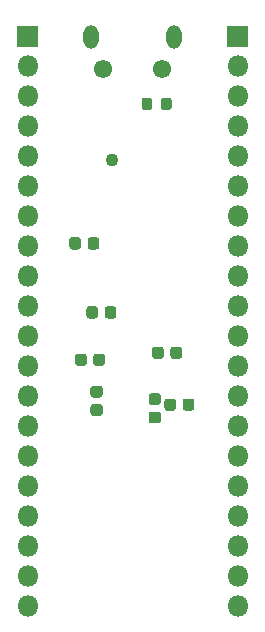
<source format=gbs>
%TF.GenerationSoftware,KiCad,Pcbnew,5.1.9*%
%TF.CreationDate,2021-02-13T19:17:24+03:00*%
%TF.ProjectId,gw1ns2c-board,6777316e-7332-4632-9d62-6f6172642e6b,rev?*%
%TF.SameCoordinates,Original*%
%TF.FileFunction,Soldermask,Bot*%
%TF.FilePolarity,Negative*%
%FSLAX46Y46*%
G04 Gerber Fmt 4.6, Leading zero omitted, Abs format (unit mm)*
G04 Created by KiCad (PCBNEW 5.1.9) date 2021-02-13 19:17:24*
%MOMM*%
%LPD*%
G01*
G04 APERTURE LIST*
%ADD10C,1.100000*%
%ADD11O,1.800000X1.800000*%
%ADD12O,1.300000X2.000000*%
%ADD13C,1.550000*%
G04 APERTURE END LIST*
%TO.C,R13*%
G36*
G01*
X36697000Y-31415000D02*
X36697000Y-30815000D01*
G75*
G02*
X36922000Y-30590000I225000J0D01*
G01*
X37372000Y-30590000D01*
G75*
G02*
X37597000Y-30815000I0J-225000D01*
G01*
X37597000Y-31415000D01*
G75*
G02*
X37372000Y-31640000I-225000J0D01*
G01*
X36922000Y-31640000D01*
G75*
G02*
X36697000Y-31415000I0J225000D01*
G01*
G37*
G36*
G01*
X35047000Y-31415000D02*
X35047000Y-30815000D01*
G75*
G02*
X35272000Y-30590000I225000J0D01*
G01*
X35722000Y-30590000D01*
G75*
G02*
X35947000Y-30815000I0J-225000D01*
G01*
X35947000Y-31415000D01*
G75*
G02*
X35722000Y-31640000I-225000J0D01*
G01*
X35272000Y-31640000D01*
G75*
G02*
X35047000Y-31415000I0J225000D01*
G01*
G37*
%TD*%
%TO.C,C12*%
G36*
G01*
X31517000Y-55986000D02*
X30967000Y-55986000D01*
G75*
G02*
X30717000Y-55736000I0J250000D01*
G01*
X30717000Y-55236000D01*
G75*
G02*
X30967000Y-54986000I250000J0D01*
G01*
X31517000Y-54986000D01*
G75*
G02*
X31767000Y-55236000I0J-250000D01*
G01*
X31767000Y-55736000D01*
G75*
G02*
X31517000Y-55986000I-250000J0D01*
G01*
G37*
G36*
G01*
X31517000Y-57536000D02*
X30967000Y-57536000D01*
G75*
G02*
X30717000Y-57286000I0J250000D01*
G01*
X30717000Y-56786000D01*
G75*
G02*
X30967000Y-56536000I250000J0D01*
G01*
X31517000Y-56536000D01*
G75*
G02*
X31767000Y-56786000I0J-250000D01*
G01*
X31767000Y-57286000D01*
G75*
G02*
X31517000Y-57536000I-250000J0D01*
G01*
G37*
%TD*%
%TO.C,C11*%
G36*
G01*
X36936000Y-51922000D02*
X36936000Y-52472000D01*
G75*
G02*
X36686000Y-52722000I-250000J0D01*
G01*
X36186000Y-52722000D01*
G75*
G02*
X35936000Y-52472000I0J250000D01*
G01*
X35936000Y-51922000D01*
G75*
G02*
X36186000Y-51672000I250000J0D01*
G01*
X36686000Y-51672000D01*
G75*
G02*
X36936000Y-51922000I0J-250000D01*
G01*
G37*
G36*
G01*
X38486000Y-51922000D02*
X38486000Y-52472000D01*
G75*
G02*
X38236000Y-52722000I-250000J0D01*
G01*
X37736000Y-52722000D01*
G75*
G02*
X37486000Y-52472000I0J250000D01*
G01*
X37486000Y-51922000D01*
G75*
G02*
X37736000Y-51672000I250000J0D01*
G01*
X38236000Y-51672000D01*
G75*
G02*
X38486000Y-51922000I0J-250000D01*
G01*
G37*
%TD*%
D10*
%TO.C,TP1*%
X32512000Y-35864800D03*
%TD*%
D11*
%TO.C,J3*%
X43180000Y-73660000D03*
X43180000Y-71120000D03*
X43180000Y-68580000D03*
X43180000Y-66040000D03*
X43180000Y-63500000D03*
X43180000Y-60960000D03*
X43180000Y-58420000D03*
X43180000Y-55880000D03*
X43180000Y-53340000D03*
X43180000Y-50800000D03*
X43180000Y-48260000D03*
X43180000Y-45720000D03*
X43180000Y-43180000D03*
X43180000Y-40640000D03*
X43180000Y-38100000D03*
X43180000Y-35560000D03*
X43180000Y-33020000D03*
X43180000Y-30480000D03*
X43180000Y-27940000D03*
G36*
G01*
X44080000Y-24550000D02*
X44080000Y-26250000D01*
G75*
G02*
X44030000Y-26300000I-50000J0D01*
G01*
X42330000Y-26300000D01*
G75*
G02*
X42280000Y-26250000I0J50000D01*
G01*
X42280000Y-24550000D01*
G75*
G02*
X42330000Y-24500000I50000J0D01*
G01*
X44030000Y-24500000D01*
G75*
G02*
X44080000Y-24550000I0J-50000D01*
G01*
G37*
%TD*%
%TO.C,J2*%
X25400000Y-73660000D03*
X25400000Y-71120000D03*
X25400000Y-68580000D03*
X25400000Y-66040000D03*
X25400000Y-63500000D03*
X25400000Y-60960000D03*
X25400000Y-58420000D03*
X25400000Y-55880000D03*
X25400000Y-53340000D03*
X25400000Y-50800000D03*
X25400000Y-48260000D03*
X25400000Y-45720000D03*
X25400000Y-43180000D03*
X25400000Y-40640000D03*
X25400000Y-38100000D03*
X25400000Y-35560000D03*
X25400000Y-33020000D03*
X25400000Y-30480000D03*
X25400000Y-27940000D03*
G36*
G01*
X26300000Y-24550000D02*
X26300000Y-26250000D01*
G75*
G02*
X26250000Y-26300000I-50000J0D01*
G01*
X24550000Y-26300000D01*
G75*
G02*
X24500000Y-26250000I0J50000D01*
G01*
X24500000Y-24550000D01*
G75*
G02*
X24550000Y-24500000I50000J0D01*
G01*
X26250000Y-24500000D01*
G75*
G02*
X26300000Y-24550000I0J-50000D01*
G01*
G37*
%TD*%
D12*
%TO.C,J1*%
X30790000Y-25432500D03*
X37790000Y-25432500D03*
D13*
X31790000Y-28132500D03*
X36790000Y-28132500D03*
%TD*%
%TO.C,C7*%
G36*
G01*
X29925600Y-42651000D02*
X29925600Y-43201000D01*
G75*
G02*
X29675600Y-43451000I-250000J0D01*
G01*
X29175600Y-43451000D01*
G75*
G02*
X28925600Y-43201000I0J250000D01*
G01*
X28925600Y-42651000D01*
G75*
G02*
X29175600Y-42401000I250000J0D01*
G01*
X29675600Y-42401000D01*
G75*
G02*
X29925600Y-42651000I0J-250000D01*
G01*
G37*
G36*
G01*
X31475600Y-42651000D02*
X31475600Y-43201000D01*
G75*
G02*
X31225600Y-43451000I-250000J0D01*
G01*
X30725600Y-43451000D01*
G75*
G02*
X30475600Y-43201000I0J250000D01*
G01*
X30475600Y-42651000D01*
G75*
G02*
X30725600Y-42401000I250000J0D01*
G01*
X31225600Y-42401000D01*
G75*
G02*
X31475600Y-42651000I0J-250000D01*
G01*
G37*
%TD*%
%TO.C,C4*%
G36*
G01*
X36444600Y-56621000D02*
X35894600Y-56621000D01*
G75*
G02*
X35644600Y-56371000I0J250000D01*
G01*
X35644600Y-55871000D01*
G75*
G02*
X35894600Y-55621000I250000J0D01*
G01*
X36444600Y-55621000D01*
G75*
G02*
X36694600Y-55871000I0J-250000D01*
G01*
X36694600Y-56371000D01*
G75*
G02*
X36444600Y-56621000I-250000J0D01*
G01*
G37*
G36*
G01*
X36444600Y-58171000D02*
X35894600Y-58171000D01*
G75*
G02*
X35644600Y-57921000I0J250000D01*
G01*
X35644600Y-57421000D01*
G75*
G02*
X35894600Y-57171000I250000J0D01*
G01*
X36444600Y-57171000D01*
G75*
G02*
X36694600Y-57421000I0J-250000D01*
G01*
X36694600Y-57921000D01*
G75*
G02*
X36444600Y-58171000I-250000J0D01*
G01*
G37*
%TD*%
%TO.C,C3*%
G36*
G01*
X31373400Y-48493000D02*
X31373400Y-49043000D01*
G75*
G02*
X31123400Y-49293000I-250000J0D01*
G01*
X30623400Y-49293000D01*
G75*
G02*
X30373400Y-49043000I0J250000D01*
G01*
X30373400Y-48493000D01*
G75*
G02*
X30623400Y-48243000I250000J0D01*
G01*
X31123400Y-48243000D01*
G75*
G02*
X31373400Y-48493000I0J-250000D01*
G01*
G37*
G36*
G01*
X32923400Y-48493000D02*
X32923400Y-49043000D01*
G75*
G02*
X32673400Y-49293000I-250000J0D01*
G01*
X32173400Y-49293000D01*
G75*
G02*
X31923400Y-49043000I0J250000D01*
G01*
X31923400Y-48493000D01*
G75*
G02*
X32173400Y-48243000I250000J0D01*
G01*
X32673400Y-48243000D01*
G75*
G02*
X32923400Y-48493000I0J-250000D01*
G01*
G37*
%TD*%
%TO.C,C2*%
G36*
G01*
X37977400Y-56316200D02*
X37977400Y-56866200D01*
G75*
G02*
X37727400Y-57116200I-250000J0D01*
G01*
X37227400Y-57116200D01*
G75*
G02*
X36977400Y-56866200I0J250000D01*
G01*
X36977400Y-56316200D01*
G75*
G02*
X37227400Y-56066200I250000J0D01*
G01*
X37727400Y-56066200D01*
G75*
G02*
X37977400Y-56316200I0J-250000D01*
G01*
G37*
G36*
G01*
X39527400Y-56316200D02*
X39527400Y-56866200D01*
G75*
G02*
X39277400Y-57116200I-250000J0D01*
G01*
X38777400Y-57116200D01*
G75*
G02*
X38527400Y-56866200I0J250000D01*
G01*
X38527400Y-56316200D01*
G75*
G02*
X38777400Y-56066200I250000J0D01*
G01*
X39277400Y-56066200D01*
G75*
G02*
X39527400Y-56316200I0J-250000D01*
G01*
G37*
%TD*%
%TO.C,C1*%
G36*
G01*
X30408200Y-52506200D02*
X30408200Y-53056200D01*
G75*
G02*
X30158200Y-53306200I-250000J0D01*
G01*
X29658200Y-53306200D01*
G75*
G02*
X29408200Y-53056200I0J250000D01*
G01*
X29408200Y-52506200D01*
G75*
G02*
X29658200Y-52256200I250000J0D01*
G01*
X30158200Y-52256200D01*
G75*
G02*
X30408200Y-52506200I0J-250000D01*
G01*
G37*
G36*
G01*
X31958200Y-52506200D02*
X31958200Y-53056200D01*
G75*
G02*
X31708200Y-53306200I-250000J0D01*
G01*
X31208200Y-53306200D01*
G75*
G02*
X30958200Y-53056200I0J250000D01*
G01*
X30958200Y-52506200D01*
G75*
G02*
X31208200Y-52256200I250000J0D01*
G01*
X31708200Y-52256200D01*
G75*
G02*
X31958200Y-52506200I0J-250000D01*
G01*
G37*
%TD*%
M02*

</source>
